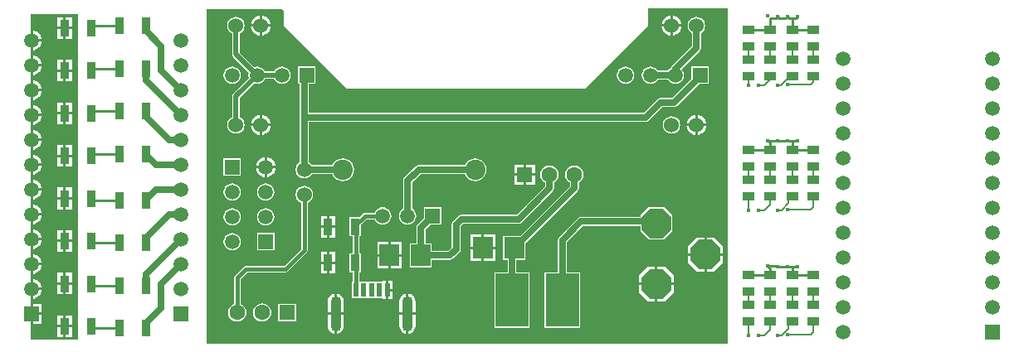
<source format=gtl>
%FSLAX23Y23*%
%MOIN*%
G70*
G01*
G75*
G04 Layer_Physical_Order=1*
G04 Layer_Color=255*
%ADD10R,0.020X0.055*%
%ADD11R,0.037X0.067*%
%ADD12R,0.051X0.033*%
%ADD13R,0.132X0.213*%
%ADD14R,0.079X0.087*%
%ADD15C,0.025*%
%ADD16C,0.020*%
%ADD17C,0.015*%
%ADD18C,0.010*%
%ADD19C,0.005*%
%ADD20O,0.043X0.142*%
%ADD21C,0.063*%
%ADD22R,0.063X0.063*%
%ADD23P,0.128X8X112.5*%
%ADD24P,0.128X8X202.5*%
%ADD25C,0.081*%
%ADD26C,0.060*%
%ADD27C,0.059*%
%ADD28R,0.059X0.059*%
%ADD29R,0.059X0.059*%
%ADD30C,0.016*%
G36*
X2126Y25D02*
X33D01*
X31Y30D01*
X31Y30D01*
Y1370D01*
X336D01*
X341Y1365D01*
Y1310D01*
Y1305D01*
X595Y1050D01*
X1553D01*
X1807Y1305D01*
Y1375D01*
X2126D01*
Y25D01*
D02*
G37*
G36*
X-485Y40D02*
X-675D01*
Y100D01*
Y145D01*
Y185D01*
Y201D01*
Y202D01*
Y245D01*
Y288D01*
Y301D01*
Y302D01*
Y345D01*
Y388D01*
Y401D01*
Y402D01*
Y445D01*
Y488D01*
Y501D01*
Y502D01*
Y545D01*
Y588D01*
Y601D01*
Y602D01*
Y645D01*
Y688D01*
Y701D01*
Y702D01*
Y745D01*
Y788D01*
Y801D01*
Y802D01*
Y845D01*
Y888D01*
Y901D01*
Y902D01*
Y945D01*
Y988D01*
Y1001D01*
Y1002D01*
Y1045D01*
Y1088D01*
Y1101D01*
Y1102D01*
Y1145D01*
Y1188D01*
Y1201D01*
Y1202D01*
Y1245D01*
Y1288D01*
Y1350D01*
X-485D01*
Y40D01*
D02*
G37*
%LPC*%
G36*
X2070Y452D02*
X2041D01*
Y388D01*
X2105D01*
Y418D01*
X2070Y452D01*
D02*
G37*
G36*
X2031D02*
X2001D01*
X1967Y418D01*
Y388D01*
X2031D01*
Y452D01*
D02*
G37*
G36*
X816Y433D02*
X772D01*
Y385D01*
X816D01*
Y433D01*
D02*
G37*
G36*
X135Y470D02*
X126Y469D01*
X118Y465D01*
X110Y460D01*
X105Y452D01*
X101Y444D01*
X100Y435D01*
X101Y426D01*
X105Y418D01*
X110Y410D01*
X118Y405D01*
X126Y401D01*
X135Y400D01*
X144Y401D01*
X152Y405D01*
X160Y410D01*
X165Y418D01*
X169Y426D01*
X170Y435D01*
X169Y444D01*
X165Y452D01*
X160Y460D01*
X152Y465D01*
X144Y469D01*
X135Y470D01*
D02*
G37*
G36*
X305Y470D02*
X235D01*
Y400D01*
X305D01*
Y470D01*
D02*
G37*
G36*
X-543Y433D02*
X-567D01*
Y394D01*
X-543D01*
Y433D01*
D02*
G37*
G36*
X-509D02*
X-533D01*
Y394D01*
X-509D01*
Y433D01*
D02*
G37*
G36*
X762Y433D02*
X718D01*
Y385D01*
X762D01*
Y433D01*
D02*
G37*
G36*
X816Y375D02*
X772D01*
Y327D01*
X816D01*
Y375D01*
D02*
G37*
G36*
X-665Y384D02*
Y350D01*
X-631D01*
X-631Y355D01*
X-635Y365D01*
X-642Y373D01*
X-650Y380D01*
X-660Y384D01*
X-665Y384D01*
D02*
G37*
G36*
X425Y660D02*
X416Y659D01*
X407Y656D01*
X400Y650D01*
X394Y643D01*
X391Y634D01*
X390Y625D01*
X391Y616D01*
X394Y607D01*
X400Y600D01*
X407Y594D01*
X412Y592D01*
Y405D01*
X345Y338D01*
X190D01*
X185Y337D01*
X181Y334D01*
X146Y299D01*
X143Y295D01*
X142Y290D01*
Y184D01*
X137Y182D01*
X129Y176D01*
X123Y168D01*
X119Y160D01*
X118Y150D01*
X119Y140D01*
X123Y132D01*
X129Y124D01*
X137Y118D01*
X145Y114D01*
X155Y113D01*
X165Y114D01*
X173Y118D01*
X181Y124D01*
X187Y132D01*
X191Y140D01*
X192Y150D01*
X191Y160D01*
X187Y168D01*
X181Y176D01*
X173Y182D01*
X168Y184D01*
Y285D01*
X195Y312D01*
X350D01*
X355Y313D01*
X359Y316D01*
X359Y316D01*
X359Y316D01*
X434Y391D01*
X437Y395D01*
X438Y400D01*
X438Y400D01*
X438Y400D01*
Y400D01*
Y592D01*
X443Y594D01*
X450Y600D01*
X456Y607D01*
X459Y616D01*
X460Y625D01*
X459Y634D01*
X456Y643D01*
X450Y650D01*
X443Y656D01*
X434Y659D01*
X425Y660D01*
D02*
G37*
G36*
X762Y375D02*
X718D01*
Y327D01*
X762D01*
Y375D01*
D02*
G37*
G36*
X1137Y405D02*
X1093D01*
Y357D01*
X1137D01*
Y405D01*
D02*
G37*
G36*
X1191D02*
X1147D01*
Y357D01*
X1191D01*
Y405D01*
D02*
G37*
G36*
X515Y393D02*
X491D01*
Y355D01*
X515D01*
Y393D01*
D02*
G37*
G36*
X549D02*
X525D01*
Y355D01*
X549D01*
Y393D01*
D02*
G37*
G36*
X270Y570D02*
X261Y569D01*
X253Y565D01*
X245Y560D01*
X240Y552D01*
X236Y544D01*
X235Y535D01*
X236Y526D01*
X240Y518D01*
X245Y510D01*
X253Y505D01*
X261Y501D01*
X270Y500D01*
X279Y501D01*
X287Y505D01*
X295Y510D01*
X300Y518D01*
X304Y526D01*
X305Y535D01*
X304Y544D01*
X300Y552D01*
X295Y560D01*
X287Y565D01*
X279Y569D01*
X270Y570D01*
D02*
G37*
G36*
X740Y574D02*
X731Y573D01*
X723Y569D01*
X715Y564D01*
X710Y556D01*
X708Y552D01*
X669D01*
X664Y551D01*
X660Y548D01*
X645Y533D01*
X606D01*
Y457D01*
X619D01*
Y388D01*
X606D01*
Y312D01*
X619D01*
Y273D01*
X617D01*
Y208D01*
X645D01*
X645Y208D01*
Y208D01*
X647Y208D01*
X648D01*
X649D01*
X650Y208D01*
X650Y208D01*
Y208D01*
X677D01*
X677Y208D01*
Y208D01*
X678Y208D01*
X679D01*
X680D01*
X682Y208D01*
X682Y208D01*
Y208D01*
X708D01*
X708Y208D01*
Y208D01*
X710Y208D01*
X711D01*
X712D01*
X713Y208D01*
X713Y208D01*
Y208D01*
X738D01*
Y203D01*
X753D01*
Y240D01*
Y278D01*
X738D01*
Y273D01*
X713D01*
X713Y273D01*
Y273D01*
X712Y273D01*
X711D01*
X710D01*
X708Y273D01*
X708Y273D01*
Y273D01*
X682D01*
X682Y273D01*
Y273D01*
X680Y273D01*
X679D01*
X678D01*
X677Y273D01*
X677Y273D01*
Y273D01*
X650D01*
X650Y273D01*
Y273D01*
X649Y273D01*
X648D01*
X647D01*
X647D01*
X645Y273D01*
X645Y273D01*
Y273D01*
X645D01*
Y312D01*
X654D01*
Y388D01*
X645D01*
Y457D01*
X654D01*
Y506D01*
X674Y526D01*
X708D01*
X710Y522D01*
X715Y514D01*
X723Y509D01*
X731Y505D01*
X740Y504D01*
X749Y505D01*
X757Y509D01*
X765Y514D01*
X770Y522D01*
X774Y530D01*
X775Y539D01*
X774Y548D01*
X770Y556D01*
X765Y564D01*
X757Y569D01*
X749Y573D01*
X740Y574D01*
D02*
G37*
G36*
X549Y538D02*
X525D01*
Y500D01*
X549D01*
Y538D01*
D02*
G37*
G36*
X135Y570D02*
X126Y569D01*
X118Y565D01*
X110Y560D01*
X105Y552D01*
X101Y544D01*
X100Y535D01*
X101Y526D01*
X105Y518D01*
X110Y510D01*
X118Y505D01*
X126Y501D01*
X135Y500D01*
X144Y501D01*
X152Y505D01*
X160Y510D01*
X165Y518D01*
X169Y526D01*
X170Y535D01*
X169Y544D01*
X165Y552D01*
X160Y560D01*
X152Y565D01*
X144Y569D01*
X135Y570D01*
D02*
G37*
G36*
X1410Y742D02*
X1400Y741D01*
X1392Y737D01*
X1384Y731D01*
X1378Y723D01*
X1374Y715D01*
X1373Y705D01*
X1374Y695D01*
X1378Y687D01*
X1384Y679D01*
X1392Y673D01*
X1392Y673D01*
Y657D01*
X1278Y543D01*
X1055D01*
X1055Y543D01*
X1048Y541D01*
X1045Y540D01*
X1042Y538D01*
X1042Y538D01*
X1022Y518D01*
X1019Y512D01*
X1017Y505D01*
Y412D01*
X1003Y398D01*
X937D01*
Y428D01*
X911D01*
Y485D01*
X931Y505D01*
X975D01*
Y574D01*
X905D01*
Y530D01*
X880Y505D01*
X877Y499D01*
X875Y492D01*
Y428D01*
X849D01*
Y332D01*
X937D01*
Y362D01*
X1010D01*
X1017Y364D01*
X1023Y367D01*
X1048Y392D01*
X1048Y392D01*
X1051Y398D01*
X1053Y405D01*
Y498D01*
X1062Y507D01*
X1285D01*
X1292Y509D01*
X1298Y512D01*
X1423Y637D01*
X1426Y643D01*
X1428Y650D01*
X1428Y650D01*
Y673D01*
X1428Y673D01*
X1436Y679D01*
X1442Y687D01*
X1446Y695D01*
X1447Y705D01*
X1446Y715D01*
X1442Y723D01*
X1436Y731D01*
X1428Y737D01*
X1420Y741D01*
X1410Y742D01*
D02*
G37*
G36*
X-665Y584D02*
Y550D01*
X-631D01*
X-631Y555D01*
X-635Y565D01*
X-642Y573D01*
X-650Y580D01*
X-660Y584D01*
X-665Y584D01*
D02*
G37*
G36*
X-631Y540D02*
X-665D01*
Y506D01*
X-660Y506D01*
X-650Y510D01*
X-642Y517D01*
X-635Y525D01*
X-631Y535D01*
X-631Y540D01*
D02*
G37*
G36*
X1871Y573D02*
X1807D01*
X1775Y541D01*
Y535D01*
X1537D01*
X1537Y535D01*
X1530Y533D01*
X1524Y529D01*
X1524Y529D01*
X1449Y454D01*
X1445Y448D01*
X1444Y441D01*
Y311D01*
X1390D01*
Y89D01*
X1532D01*
Y311D01*
X1479D01*
Y434D01*
X1544Y499D01*
X1775D01*
Y477D01*
X1807Y445D01*
X1871D01*
X1903Y477D01*
Y541D01*
X1871Y573D01*
D02*
G37*
G36*
X515Y538D02*
X491D01*
Y500D01*
X515D01*
Y538D01*
D02*
G37*
G36*
X1191Y463D02*
X1147D01*
Y415D01*
X1191D01*
Y463D01*
D02*
G37*
G36*
X-543Y481D02*
X-567D01*
Y443D01*
X-543D01*
Y481D01*
D02*
G37*
G36*
X-631Y440D02*
X-665D01*
Y406D01*
X-660Y406D01*
X-650Y410D01*
X-642Y417D01*
X-635Y425D01*
X-631Y435D01*
X-631Y440D01*
D02*
G37*
G36*
X1137Y463D02*
X1093D01*
Y415D01*
X1137D01*
Y463D01*
D02*
G37*
G36*
X515Y490D02*
X491D01*
Y452D01*
X515D01*
Y490D01*
D02*
G37*
G36*
X549D02*
X525D01*
Y452D01*
X549D01*
Y490D01*
D02*
G37*
G36*
X-509Y481D02*
X-533D01*
Y443D01*
X-509D01*
Y481D01*
D02*
G37*
G36*
X-665Y484D02*
Y450D01*
X-631D01*
X-631Y455D01*
X-635Y465D01*
X-642Y473D01*
X-650Y480D01*
X-660Y484D01*
X-665Y484D01*
D02*
G37*
G36*
X2105Y378D02*
X2041D01*
Y314D01*
X2070D01*
X2105Y349D01*
Y378D01*
D02*
G37*
G36*
X255Y187D02*
X245Y186D01*
X237Y182D01*
X229Y176D01*
X223Y168D01*
X219Y160D01*
X218Y150D01*
X219Y140D01*
X223Y132D01*
X229Y124D01*
X237Y118D01*
X245Y114D01*
X255Y113D01*
X265Y114D01*
X273Y118D01*
X281Y124D01*
X287Y132D01*
X291Y140D01*
X292Y150D01*
X291Y160D01*
X287Y168D01*
X281Y176D01*
X273Y182D01*
X265Y186D01*
X255Y187D01*
D02*
G37*
G36*
X391Y186D02*
X319D01*
Y114D01*
X391D01*
Y186D01*
D02*
G37*
G36*
X-509Y138D02*
X-533D01*
Y100D01*
X-509D01*
Y138D01*
D02*
G37*
G36*
X-630Y140D02*
X-665D01*
Y105D01*
X-630D01*
Y140D01*
D02*
G37*
G36*
X556Y226D02*
Y151D01*
X583D01*
Y195D01*
X582Y203D01*
X579Y211D01*
X574Y217D01*
X567Y223D01*
X560Y226D01*
X556Y226D01*
D02*
G37*
G36*
X834D02*
X830Y226D01*
X823Y223D01*
X816Y217D01*
X811Y211D01*
X808Y203D01*
X807Y195D01*
Y151D01*
X834D01*
Y226D01*
D02*
G37*
G36*
X-630Y185D02*
X-665D01*
Y150D01*
X-630D01*
Y185D01*
D02*
G37*
G36*
X546Y226D02*
X543Y226D01*
X535Y223D01*
X529Y217D01*
X524Y211D01*
X520Y203D01*
X519Y195D01*
Y151D01*
X546D01*
Y226D01*
D02*
G37*
G36*
Y141D02*
X519D01*
Y96D01*
X520Y88D01*
X524Y80D01*
X529Y74D01*
X535Y69D01*
X543Y66D01*
X546Y65D01*
Y141D01*
D02*
G37*
G36*
X583D02*
X556D01*
Y65D01*
X560Y66D01*
X567Y69D01*
X574Y74D01*
X579Y80D01*
X582Y88D01*
X583Y96D01*
Y141D01*
D02*
G37*
G36*
X-543Y90D02*
X-567D01*
Y52D01*
X-543D01*
Y90D01*
D02*
G37*
G36*
X-509D02*
X-533D01*
Y52D01*
X-509D01*
Y90D01*
D02*
G37*
G36*
X1510Y742D02*
X1500Y741D01*
X1492Y737D01*
X1484Y731D01*
X1478Y723D01*
X1474Y715D01*
X1473Y705D01*
X1474Y695D01*
X1478Y687D01*
X1484Y679D01*
X1492Y673D01*
X1492Y673D01*
Y659D01*
X1291Y458D01*
X1224D01*
Y362D01*
X1241D01*
Y311D01*
X1188D01*
Y89D01*
X1330D01*
Y311D01*
X1276D01*
Y362D01*
X1312D01*
Y429D01*
X1523Y639D01*
X1526Y645D01*
X1528Y652D01*
X1528Y652D01*
Y673D01*
X1528Y673D01*
X1536Y679D01*
X1542Y687D01*
X1546Y695D01*
X1547Y705D01*
X1546Y715D01*
X1542Y723D01*
X1536Y731D01*
X1528Y737D01*
X1520Y741D01*
X1510Y742D01*
D02*
G37*
G36*
X-543Y138D02*
X-567D01*
Y100D01*
X-543D01*
Y138D01*
D02*
G37*
G36*
X834Y141D02*
X807D01*
Y96D01*
X808Y88D01*
X811Y80D01*
X816Y74D01*
X823Y69D01*
X830Y66D01*
X834Y65D01*
Y141D01*
D02*
G37*
G36*
X871D02*
X844D01*
Y65D01*
X847Y66D01*
X855Y69D01*
X861Y74D01*
X866Y80D01*
X870Y88D01*
X871Y96D01*
Y141D01*
D02*
G37*
G36*
X844Y226D02*
Y151D01*
X871D01*
Y195D01*
X870Y203D01*
X866Y211D01*
X861Y217D01*
X855Y223D01*
X847Y226D01*
X844Y226D01*
D02*
G37*
G36*
X-543Y310D02*
X-567D01*
Y271D01*
X-543D01*
Y310D01*
D02*
G37*
G36*
X-509D02*
X-533D01*
Y271D01*
X-509D01*
Y310D01*
D02*
G37*
G36*
X1834Y334D02*
X1804D01*
X1770Y300D01*
Y270D01*
X1834D01*
Y334D01*
D02*
G37*
G36*
X1874D02*
X1844D01*
Y270D01*
X1908D01*
Y300D01*
X1874Y334D01*
D02*
G37*
G36*
X549Y345D02*
X525D01*
Y307D01*
X549D01*
Y345D01*
D02*
G37*
G36*
X2031Y378D02*
X1967D01*
Y349D01*
X2001Y314D01*
X2031D01*
Y378D01*
D02*
G37*
G36*
X-631Y340D02*
X-665D01*
Y306D01*
X-660Y306D01*
X-650Y310D01*
X-642Y317D01*
X-635Y325D01*
X-631Y335D01*
X-631Y340D01*
D02*
G37*
G36*
X515Y345D02*
X491D01*
Y307D01*
X515D01*
Y345D01*
D02*
G37*
G36*
X778Y235D02*
X763D01*
Y203D01*
X778D01*
Y235D01*
D02*
G37*
G36*
X-631Y240D02*
X-665D01*
Y206D01*
X-660Y206D01*
X-650Y210D01*
X-642Y217D01*
X-635Y225D01*
X-631Y235D01*
X-631Y240D01*
D02*
G37*
G36*
X1834Y260D02*
X1770D01*
Y230D01*
X1804Y196D01*
X1834D01*
Y260D01*
D02*
G37*
G36*
X1908D02*
X1844D01*
Y196D01*
X1874D01*
X1908Y230D01*
Y260D01*
D02*
G37*
G36*
X778Y278D02*
X763D01*
Y245D01*
X778D01*
Y278D01*
D02*
G37*
G36*
X-665Y284D02*
Y250D01*
X-631D01*
X-631Y255D01*
X-635Y265D01*
X-642Y273D01*
X-650Y280D01*
X-660Y284D01*
X-665Y284D01*
D02*
G37*
G36*
X-543Y261D02*
X-567D01*
Y223D01*
X-543D01*
Y261D01*
D02*
G37*
G36*
X-509D02*
X-533D01*
Y223D01*
X-509D01*
Y261D01*
D02*
G37*
G36*
X150Y1340D02*
X141Y1339D01*
X132Y1336D01*
X125Y1330D01*
X119Y1323D01*
X116Y1314D01*
X115Y1305D01*
X116Y1296D01*
X119Y1287D01*
X125Y1280D01*
X132Y1274D01*
X135Y1273D01*
Y1190D01*
X136Y1184D01*
X139Y1179D01*
X202Y1116D01*
X201Y1114D01*
X200Y1105D01*
X201Y1096D01*
X202Y1094D01*
X139Y1031D01*
X136Y1026D01*
X135Y1020D01*
Y937D01*
X132Y936D01*
X125Y930D01*
X119Y923D01*
X116Y914D01*
X115Y905D01*
X116Y896D01*
X119Y887D01*
X125Y880D01*
X132Y874D01*
X141Y871D01*
X150Y870D01*
X159Y871D01*
X168Y874D01*
X175Y880D01*
X181Y887D01*
X184Y896D01*
X185Y905D01*
X184Y914D01*
X181Y923D01*
X175Y930D01*
X168Y936D01*
X165Y937D01*
Y1014D01*
X224Y1072D01*
X226Y1071D01*
X235Y1070D01*
X244Y1071D01*
X252Y1075D01*
X260Y1080D01*
X265Y1088D01*
X266Y1090D01*
X304D01*
X305Y1088D01*
X310Y1080D01*
X318Y1075D01*
X326Y1071D01*
X335Y1070D01*
X344Y1071D01*
X352Y1075D01*
X360Y1080D01*
X365Y1088D01*
X369Y1096D01*
X370Y1105D01*
X369Y1114D01*
X365Y1122D01*
X360Y1130D01*
X352Y1135D01*
X344Y1139D01*
X335Y1140D01*
X326Y1139D01*
X318Y1135D01*
X310Y1130D01*
X305Y1122D01*
X304Y1120D01*
X266D01*
X265Y1122D01*
X260Y1130D01*
X252Y1135D01*
X244Y1139D01*
X235Y1140D01*
X226Y1139D01*
X224Y1138D01*
X165Y1196D01*
Y1273D01*
X168Y1274D01*
X175Y1280D01*
X181Y1287D01*
X184Y1296D01*
X185Y1305D01*
X184Y1314D01*
X181Y1323D01*
X175Y1330D01*
X168Y1336D01*
X159Y1339D01*
X150Y1340D01*
D02*
G37*
G36*
X1715Y1140D02*
X1706Y1139D01*
X1698Y1135D01*
X1690Y1130D01*
X1685Y1122D01*
X1681Y1114D01*
X1680Y1105D01*
X1681Y1096D01*
X1685Y1088D01*
X1690Y1080D01*
X1698Y1075D01*
X1706Y1071D01*
X1715Y1070D01*
X1724Y1071D01*
X1732Y1075D01*
X1740Y1080D01*
X1745Y1088D01*
X1749Y1096D01*
X1750Y1105D01*
X1749Y1114D01*
X1745Y1122D01*
X1740Y1130D01*
X1732Y1135D01*
X1724Y1139D01*
X1715Y1140D01*
D02*
G37*
G36*
X-665Y1084D02*
Y1050D01*
X-631D01*
X-631Y1055D01*
X-635Y1065D01*
X-642Y1073D01*
X-650Y1080D01*
X-660Y1084D01*
X-665Y1084D01*
D02*
G37*
G36*
X135Y1140D02*
X126Y1139D01*
X118Y1135D01*
X110Y1130D01*
X105Y1122D01*
X101Y1114D01*
X100Y1105D01*
X101Y1096D01*
X105Y1088D01*
X110Y1080D01*
X118Y1075D01*
X126Y1071D01*
X135Y1070D01*
X144Y1071D01*
X152Y1075D01*
X160Y1080D01*
X165Y1088D01*
X169Y1096D01*
X170Y1105D01*
X169Y1114D01*
X165Y1122D01*
X160Y1130D01*
X152Y1135D01*
X144Y1139D01*
X135Y1140D01*
D02*
G37*
G36*
X-631Y1140D02*
X-665D01*
Y1106D01*
X-660Y1106D01*
X-650Y1110D01*
X-642Y1117D01*
X-635Y1125D01*
X-631Y1135D01*
X-631Y1140D01*
D02*
G37*
G36*
X-543Y1167D02*
X-567D01*
Y1129D01*
X-543D01*
Y1167D01*
D02*
G37*
G36*
Y1119D02*
X-567D01*
Y1080D01*
X-543D01*
Y1119D01*
D02*
G37*
G36*
X-509D02*
X-533D01*
Y1080D01*
X-509D01*
Y1119D01*
D02*
G37*
G36*
X-631Y1040D02*
X-665D01*
Y1006D01*
X-660Y1006D01*
X-650Y1010D01*
X-642Y1017D01*
X-635Y1025D01*
X-631Y1035D01*
X-631Y1040D01*
D02*
G37*
G36*
X1995Y945D02*
X1990Y944D01*
X1980Y940D01*
X1971Y934D01*
X1965Y925D01*
X1961Y915D01*
X1960Y910D01*
X1995D01*
Y945D01*
D02*
G37*
G36*
X2005D02*
Y910D01*
X2040D01*
X2039Y915D01*
X2035Y925D01*
X2029Y934D01*
X2020Y940D01*
X2010Y944D01*
X2005Y945D01*
D02*
G37*
G36*
X245D02*
X240Y944D01*
X230Y940D01*
X221Y934D01*
X215Y925D01*
X211Y915D01*
X210Y910D01*
X245D01*
Y945D01*
D02*
G37*
G36*
X255D02*
Y910D01*
X290D01*
X289Y915D01*
X285Y925D01*
X279Y934D01*
X270Y940D01*
X260Y944D01*
X255Y945D01*
D02*
G37*
G36*
X-543Y996D02*
X-567D01*
Y957D01*
X-543D01*
Y996D01*
D02*
G37*
G36*
X-509D02*
X-533D01*
Y957D01*
X-509D01*
Y996D01*
D02*
G37*
G36*
X-665Y984D02*
Y950D01*
X-631D01*
X-631Y955D01*
X-635Y965D01*
X-642Y973D01*
X-650Y980D01*
X-660Y984D01*
X-665Y984D01*
D02*
G37*
G36*
X2050Y1140D02*
X1980D01*
Y1091D01*
X1903Y1013D01*
X1855D01*
X1848Y1011D01*
X1842Y1008D01*
X1788Y953D01*
X443D01*
Y1070D01*
X470D01*
Y1140D01*
X400D01*
Y1070D01*
X407D01*
Y935D01*
Y755D01*
X400Y750D01*
X394Y743D01*
X391Y734D01*
X390Y725D01*
X391Y716D01*
X394Y707D01*
X400Y700D01*
X407Y694D01*
X416Y691D01*
X425Y690D01*
X434Y691D01*
X443Y694D01*
X450Y700D01*
X455Y707D01*
X538D01*
X540Y702D01*
X547Y693D01*
X557Y685D01*
X568Y681D01*
X579Y679D01*
X591Y681D01*
X602Y685D01*
X612Y693D01*
X619Y702D01*
X624Y713D01*
X625Y725D01*
X624Y737D01*
X619Y748D01*
X612Y757D01*
X602Y765D01*
X591Y769D01*
X579Y771D01*
X568Y769D01*
X557Y765D01*
X547Y757D01*
X540Y748D01*
X538Y743D01*
X455D01*
X450Y750D01*
X443Y755D01*
Y917D01*
X1795D01*
X1802Y919D01*
X1808Y922D01*
X1862Y977D01*
X1910D01*
X1917Y979D01*
X1923Y982D01*
X2011Y1070D01*
X2050D01*
Y1140D01*
D02*
G37*
G36*
X-543Y1338D02*
X-567D01*
Y1300D01*
X-543D01*
Y1338D01*
D02*
G37*
G36*
X-509D02*
X-533D01*
Y1300D01*
X-509D01*
Y1338D01*
D02*
G37*
G36*
X1895Y1300D02*
X1860D01*
X1861Y1295D01*
X1865Y1285D01*
X1871Y1276D01*
X1880Y1270D01*
X1890Y1266D01*
X1895Y1265D01*
Y1300D01*
D02*
G37*
G36*
X1940D02*
X1905D01*
Y1265D01*
X1910Y1266D01*
X1920Y1270D01*
X1929Y1276D01*
X1935Y1285D01*
X1939Y1295D01*
X1940Y1300D01*
D02*
G37*
G36*
X1895Y1345D02*
X1890Y1344D01*
X1880Y1340D01*
X1871Y1334D01*
X1865Y1325D01*
X1861Y1315D01*
X1860Y1310D01*
X1895D01*
Y1345D01*
D02*
G37*
G36*
X1905D02*
Y1310D01*
X1940D01*
X1939Y1315D01*
X1935Y1325D01*
X1929Y1334D01*
X1920Y1340D01*
X1910Y1344D01*
X1905Y1345D01*
D02*
G37*
G36*
X245D02*
X240Y1344D01*
X230Y1340D01*
X221Y1334D01*
X215Y1325D01*
X211Y1315D01*
X210Y1310D01*
X245D01*
Y1345D01*
D02*
G37*
G36*
X255D02*
Y1310D01*
X290D01*
X289Y1315D01*
X285Y1325D01*
X279Y1334D01*
X270Y1340D01*
X260Y1344D01*
X255Y1345D01*
D02*
G37*
G36*
X290Y1300D02*
X255D01*
Y1265D01*
X260Y1266D01*
X270Y1270D01*
X279Y1276D01*
X285Y1285D01*
X289Y1295D01*
X290Y1300D01*
D02*
G37*
G36*
X-631Y1240D02*
X-665D01*
Y1206D01*
X-660Y1206D01*
X-650Y1210D01*
X-642Y1217D01*
X-635Y1225D01*
X-631Y1235D01*
X-631Y1240D01*
D02*
G37*
G36*
X2000Y1340D02*
X1991Y1339D01*
X1982Y1336D01*
X1975Y1330D01*
X1969Y1323D01*
X1966Y1314D01*
X1965Y1305D01*
X1966Y1296D01*
X1969Y1287D01*
X1975Y1280D01*
X1982Y1275D01*
Y1222D01*
X1902Y1143D01*
X1899Y1137D01*
X1898Y1135D01*
X1898Y1135D01*
X1890Y1130D01*
X1885Y1123D01*
X1845D01*
X1840Y1130D01*
X1832Y1135D01*
X1824Y1139D01*
X1815Y1140D01*
X1806Y1139D01*
X1798Y1135D01*
X1790Y1130D01*
X1785Y1122D01*
X1781Y1114D01*
X1780Y1105D01*
X1781Y1096D01*
X1785Y1088D01*
X1790Y1080D01*
X1798Y1075D01*
X1806Y1071D01*
X1815Y1070D01*
X1824Y1071D01*
X1832Y1075D01*
X1840Y1080D01*
X1845Y1087D01*
X1885D01*
X1890Y1080D01*
X1898Y1075D01*
X1906Y1071D01*
X1915Y1070D01*
X1924Y1071D01*
X1932Y1075D01*
X1940Y1080D01*
X1945Y1088D01*
X1949Y1096D01*
X1950Y1105D01*
X1949Y1114D01*
X1945Y1122D01*
X1940Y1129D01*
X2013Y1202D01*
X2013Y1202D01*
X2016Y1208D01*
X2016Y1208D01*
X2016Y1208D01*
X2018Y1215D01*
X2018Y1215D01*
Y1275D01*
X2025Y1280D01*
X2031Y1287D01*
X2034Y1296D01*
X2035Y1305D01*
X2034Y1314D01*
X2031Y1323D01*
X2025Y1330D01*
X2018Y1336D01*
X2009Y1339D01*
X2000Y1340D01*
D02*
G37*
G36*
X-509Y1167D02*
X-533D01*
Y1129D01*
X-509D01*
Y1167D01*
D02*
G37*
G36*
X-665Y1184D02*
Y1150D01*
X-631D01*
X-631Y1155D01*
X-635Y1165D01*
X-642Y1173D01*
X-650Y1180D01*
X-660Y1184D01*
X-665Y1184D01*
D02*
G37*
G36*
X-509Y1290D02*
X-533D01*
Y1252D01*
X-509D01*
Y1290D01*
D02*
G37*
G36*
X245Y1300D02*
X210D01*
X211Y1295D01*
X215Y1285D01*
X221Y1276D01*
X230Y1270D01*
X240Y1266D01*
X245Y1265D01*
Y1300D01*
D02*
G37*
G36*
X-665Y1284D02*
Y1250D01*
X-631D01*
X-631Y1255D01*
X-635Y1265D01*
X-642Y1273D01*
X-650Y1280D01*
X-660Y1284D01*
X-665Y1284D01*
D02*
G37*
G36*
X-543Y1290D02*
X-567D01*
Y1252D01*
X-543D01*
Y1290D01*
D02*
G37*
G36*
X265Y730D02*
X231D01*
X231Y725D01*
X235Y715D01*
X242Y707D01*
X250Y700D01*
X260Y696D01*
X265Y696D01*
Y730D01*
D02*
G37*
G36*
X309D02*
X275D01*
Y696D01*
X280Y696D01*
X290Y700D01*
X298Y707D01*
X305Y715D01*
X309Y725D01*
X309Y730D01*
D02*
G37*
G36*
X1351Y700D02*
X1315D01*
Y664D01*
X1351D01*
Y700D01*
D02*
G37*
G36*
X1111Y771D02*
X1099Y769D01*
X1088Y765D01*
X1078Y757D01*
X1071Y748D01*
X1069Y743D01*
X885D01*
X878Y741D01*
X872Y738D01*
X872Y738D01*
X827Y693D01*
X824Y687D01*
X822Y680D01*
Y569D01*
X815Y564D01*
X810Y556D01*
X806Y548D01*
X805Y539D01*
X806Y530D01*
X810Y522D01*
X815Y514D01*
X823Y509D01*
X831Y505D01*
X840Y504D01*
X849Y505D01*
X857Y509D01*
X865Y514D01*
X870Y522D01*
X874Y530D01*
X875Y539D01*
X874Y548D01*
X870Y556D01*
X865Y564D01*
X858Y569D01*
Y673D01*
X892Y707D01*
X1069D01*
X1071Y702D01*
X1078Y693D01*
X1088Y685D01*
X1099Y681D01*
X1111Y679D01*
X1122Y681D01*
X1133Y685D01*
X1143Y693D01*
X1150Y702D01*
X1155Y713D01*
X1156Y725D01*
X1155Y737D01*
X1150Y748D01*
X1143Y757D01*
X1133Y765D01*
X1122Y769D01*
X1111Y771D01*
D02*
G37*
G36*
X1305Y746D02*
X1269D01*
Y710D01*
X1305D01*
Y746D01*
D02*
G37*
G36*
X1351D02*
X1315D01*
Y710D01*
X1351D01*
Y746D01*
D02*
G37*
G36*
X170Y770D02*
X100D01*
Y700D01*
X170D01*
Y770D01*
D02*
G37*
G36*
X-631Y740D02*
X-665D01*
Y706D01*
X-660Y706D01*
X-650Y710D01*
X-642Y717D01*
X-635Y725D01*
X-631Y735D01*
X-631Y740D01*
D02*
G37*
G36*
X1305Y700D02*
X1269D01*
Y664D01*
X1305D01*
Y700D01*
D02*
G37*
G36*
X135Y670D02*
X126Y669D01*
X118Y665D01*
X110Y660D01*
X105Y652D01*
X101Y644D01*
X100Y635D01*
X101Y626D01*
X105Y618D01*
X110Y610D01*
X118Y605D01*
X126Y601D01*
X135Y600D01*
X144Y601D01*
X152Y605D01*
X160Y610D01*
X165Y618D01*
X169Y626D01*
X170Y635D01*
X169Y644D01*
X165Y652D01*
X160Y660D01*
X152Y665D01*
X144Y669D01*
X135Y670D01*
D02*
G37*
G36*
X270D02*
X261Y669D01*
X253Y665D01*
X245Y660D01*
X240Y652D01*
X236Y644D01*
X235Y635D01*
X236Y626D01*
X240Y618D01*
X245Y610D01*
X253Y605D01*
X261Y601D01*
X270Y600D01*
X279Y601D01*
X287Y605D01*
X295Y610D01*
X300Y618D01*
X304Y626D01*
X305Y635D01*
X304Y644D01*
X300Y652D01*
X295Y660D01*
X287Y665D01*
X279Y669D01*
X270Y670D01*
D02*
G37*
G36*
X-543Y604D02*
X-567D01*
Y566D01*
X-543D01*
Y604D01*
D02*
G37*
G36*
X-509D02*
X-533D01*
Y566D01*
X-509D01*
Y604D01*
D02*
G37*
G36*
Y653D02*
X-533D01*
Y614D01*
X-509D01*
Y653D01*
D02*
G37*
G36*
X-665Y684D02*
Y650D01*
X-631D01*
X-631Y655D01*
X-635Y665D01*
X-642Y673D01*
X-650Y680D01*
X-660Y684D01*
X-665Y684D01*
D02*
G37*
G36*
X-631Y640D02*
X-665D01*
Y606D01*
X-660Y606D01*
X-650Y610D01*
X-642Y617D01*
X-635Y625D01*
X-631Y635D01*
X-631Y640D01*
D02*
G37*
G36*
X-543Y653D02*
X-567D01*
Y614D01*
X-543D01*
Y653D01*
D02*
G37*
G36*
X1995Y900D02*
X1960D01*
X1961Y895D01*
X1965Y885D01*
X1971Y876D01*
X1980Y870D01*
X1990Y866D01*
X1995Y865D01*
Y900D01*
D02*
G37*
G36*
X2040D02*
X2005D01*
Y865D01*
X2010Y866D01*
X2020Y870D01*
X2029Y876D01*
X2035Y885D01*
X2039Y895D01*
X2040Y900D01*
D02*
G37*
G36*
X245D02*
X210D01*
X211Y895D01*
X215Y885D01*
X221Y876D01*
X230Y870D01*
X240Y866D01*
X245Y865D01*
Y900D01*
D02*
G37*
G36*
X290D02*
X255D01*
Y865D01*
X260Y866D01*
X270Y870D01*
X279Y876D01*
X285Y885D01*
X289Y895D01*
X290Y900D01*
D02*
G37*
G36*
X-543Y947D02*
X-567D01*
Y909D01*
X-543D01*
Y947D01*
D02*
G37*
G36*
X-509D02*
X-533D01*
Y909D01*
X-509D01*
Y947D01*
D02*
G37*
G36*
X1900Y940D02*
X1891Y939D01*
X1882Y936D01*
X1875Y930D01*
X1869Y923D01*
X1866Y914D01*
X1865Y905D01*
X1866Y896D01*
X1869Y887D01*
X1875Y880D01*
X1882Y874D01*
X1891Y871D01*
X1900Y870D01*
X1909Y871D01*
X1918Y874D01*
X1925Y880D01*
X1931Y887D01*
X1934Y896D01*
X1935Y905D01*
X1934Y914D01*
X1931Y923D01*
X1925Y930D01*
X1918Y936D01*
X1909Y939D01*
X1900Y940D01*
D02*
G37*
G36*
X-631Y940D02*
X-665D01*
Y906D01*
X-660Y906D01*
X-650Y910D01*
X-642Y917D01*
X-635Y925D01*
X-631Y935D01*
X-631Y940D01*
D02*
G37*
G36*
X-665Y884D02*
Y850D01*
X-631D01*
X-631Y855D01*
X-635Y865D01*
X-642Y873D01*
X-650Y880D01*
X-660Y884D01*
X-665Y884D01*
D02*
G37*
G36*
X265Y774D02*
X260Y774D01*
X250Y770D01*
X242Y763D01*
X235Y755D01*
X231Y745D01*
X231Y740D01*
X265D01*
Y774D01*
D02*
G37*
G36*
X275D02*
Y740D01*
X309D01*
X309Y745D01*
X305Y755D01*
X298Y763D01*
X290Y770D01*
X280Y774D01*
X275Y774D01*
D02*
G37*
G36*
X-543Y776D02*
X-567D01*
Y737D01*
X-543D01*
Y776D01*
D02*
G37*
G36*
X-509D02*
X-533D01*
Y737D01*
X-509D01*
Y776D01*
D02*
G37*
G36*
Y824D02*
X-533D01*
Y786D01*
X-509D01*
Y824D01*
D02*
G37*
G36*
X-631Y840D02*
X-665D01*
Y806D01*
X-660Y806D01*
X-650Y810D01*
X-642Y817D01*
X-635Y825D01*
X-631Y835D01*
X-631Y840D01*
D02*
G37*
G36*
X-665Y784D02*
Y750D01*
X-631D01*
X-631Y755D01*
X-635Y765D01*
X-642Y773D01*
X-650Y780D01*
X-660Y784D01*
X-665Y784D01*
D02*
G37*
G36*
X-543Y824D02*
X-567D01*
Y786D01*
X-543D01*
Y824D01*
D02*
G37*
%LPD*%
D10*
X632Y240D02*
D03*
X664D02*
D03*
X758D02*
D03*
X726D02*
D03*
X695D02*
D03*
D11*
X-432Y95D02*
D03*
X-538D02*
D03*
X520Y495D02*
D03*
X630D02*
D03*
X520Y350D02*
D03*
X630D02*
D03*
X-318Y1303D02*
D03*
X-212D02*
D03*
X-318Y1131D02*
D03*
X-212D02*
D03*
X-318Y960D02*
D03*
X-212D02*
D03*
X-318Y789D02*
D03*
X-212D02*
D03*
X-318Y601D02*
D03*
X-212D02*
D03*
X-318Y430D02*
D03*
X-212D02*
D03*
X-318Y259D02*
D03*
X-212D02*
D03*
X-318Y87D02*
D03*
X-212D02*
D03*
X-432Y1295D02*
D03*
X-538D02*
D03*
X-432Y1124D02*
D03*
X-538D02*
D03*
X-432Y952D02*
D03*
X-538D02*
D03*
X-432Y781D02*
D03*
X-538D02*
D03*
X-432Y609D02*
D03*
X-538D02*
D03*
X-432Y438D02*
D03*
X-538D02*
D03*
X-432Y266D02*
D03*
X-538D02*
D03*
D12*
X2210Y1222D02*
D03*
Y1288D02*
D03*
X2210Y233D02*
D03*
Y300D02*
D03*
X2295Y233D02*
D03*
Y300D02*
D03*
X2385D02*
D03*
Y233D02*
D03*
X2470D02*
D03*
Y300D02*
D03*
X2210Y113D02*
D03*
Y180D02*
D03*
X2295D02*
D03*
Y113D02*
D03*
X2385D02*
D03*
Y180D02*
D03*
X2470D02*
D03*
Y113D02*
D03*
Y683D02*
D03*
Y617D02*
D03*
X2385D02*
D03*
Y683D02*
D03*
X2295D02*
D03*
Y617D02*
D03*
X2210D02*
D03*
Y683D02*
D03*
X2470Y1168D02*
D03*
Y1102D02*
D03*
X2385Y1168D02*
D03*
Y1102D02*
D03*
X2295Y1168D02*
D03*
Y1102D02*
D03*
X2210Y1168D02*
D03*
Y1102D02*
D03*
X2470Y737D02*
D03*
Y803D02*
D03*
X2385D02*
D03*
Y737D02*
D03*
X2295D02*
D03*
Y803D02*
D03*
X2210Y737D02*
D03*
Y803D02*
D03*
X2470Y1222D02*
D03*
Y1288D02*
D03*
X2385Y1222D02*
D03*
Y1288D02*
D03*
X2295Y1222D02*
D03*
Y1288D02*
D03*
D13*
X1259Y200D02*
D03*
X1461D02*
D03*
D14*
X893Y380D02*
D03*
X767D02*
D03*
X1142Y410D02*
D03*
X1268D02*
D03*
D15*
X1910Y995D02*
X2017Y1102D01*
X1855Y995D02*
X1910D01*
X1915Y1105D02*
Y1130D01*
X1815Y1105D02*
X1915D01*
Y1130D02*
X2000Y1215D01*
Y1305D01*
X425Y935D02*
Y1095D01*
Y725D02*
Y935D01*
X1795D02*
X1855Y995D01*
X425Y935D02*
X1795D01*
X425Y1095D02*
X435Y1105D01*
X425Y725D02*
X579D01*
X2037Y337D02*
Y391D01*
X1537Y517D02*
X1840D01*
X1461Y441D02*
X1537Y517D01*
X1461Y200D02*
Y441D01*
X840Y539D02*
Y680D01*
X885Y725D01*
X1111D01*
X893Y380D02*
Y492D01*
X940Y539D01*
X1410Y650D02*
Y705D01*
X1259Y200D02*
Y401D01*
X1268Y410D01*
X1510Y652D01*
Y705D01*
X1285Y525D02*
X1410Y650D01*
X1055Y525D02*
X1285D01*
X893Y380D02*
X1010D01*
X1035Y405D01*
Y505D01*
X1055Y525D01*
X-117Y845D02*
X-70D01*
X-211Y939D02*
X-117Y845D01*
X-210Y1085D02*
X-70Y945D01*
X-210Y1085D02*
Y1131D01*
X-150Y1125D02*
X-70Y1045D01*
X-150Y1125D02*
Y1221D01*
X-212Y1283D02*
X-150Y1221D01*
X-203Y778D02*
X-170Y745D01*
X-70D01*
X-170Y645D02*
X-70D01*
X-203Y612D02*
X-170Y645D01*
X-214Y104D02*
X-150Y169D01*
Y265D01*
X-70Y345D01*
X-210Y259D02*
Y305D01*
X-70Y445D01*
X-211Y451D02*
X-117Y545D01*
X-70D01*
D16*
X235Y1105D02*
X335D01*
X150Y1190D02*
X235Y1105D01*
X150Y1190D02*
Y1305D01*
Y1020D02*
X235Y1105D01*
X150Y905D02*
Y1020D01*
D17*
X155Y150D02*
Y290D01*
X190Y325D01*
X350D01*
X425Y400D01*
Y625D01*
X630Y380D02*
X630Y380D01*
X630Y485D02*
Y500D01*
X669Y539D01*
X740D01*
X632Y240D02*
Y483D01*
X630Y485D02*
X630Y485D01*
X632Y483D01*
D18*
X-432Y781D02*
Y789D01*
Y952D02*
Y961D01*
Y1295D02*
Y1303D01*
X-432Y1303D01*
X-423Y1131D02*
X-318D01*
X-432Y1123D02*
X-423Y1131D01*
X-432Y952D02*
X-424Y960D01*
X-432Y789D02*
X-431Y789D01*
X-424Y960D02*
X-318D01*
X-317Y961D01*
X-432Y1303D02*
X-318D01*
X-318Y1303D01*
X-431Y789D02*
X-318D01*
X-318Y789D01*
X-318Y601D02*
X-318Y601D01*
X-431Y601D02*
X-318D01*
X-318Y87D02*
X-318Y87D01*
X-432Y87D02*
X-318D01*
X-318Y430D02*
X-317Y429D01*
X-424Y430D02*
X-318D01*
X-432Y601D02*
X-431Y601D01*
X-432Y438D02*
X-424Y430D01*
X-432Y267D02*
X-423Y259D01*
X-318D01*
X-432Y87D02*
X-432Y87D01*
X-432Y87D02*
Y95D01*
Y429D02*
Y438D01*
Y601D02*
Y609D01*
X2210Y1288D02*
X2295D01*
Y1335D01*
X2320D01*
X2327Y1342D01*
X2334Y1335D01*
X2359D01*
X2399D02*
X2406Y1342D01*
X2373Y1335D02*
X2399D01*
X2385Y1288D02*
Y1333D01*
X2366Y1342D02*
X2373Y1335D01*
X2385Y1288D02*
X2470D01*
X2385Y803D02*
X2470D01*
X2210D02*
X2295D01*
Y833D01*
X2287Y841D02*
X2295Y833D01*
X2287Y841D02*
X2326D01*
X2327Y840D01*
X2366D01*
X2387Y805D02*
Y840D01*
X2385Y803D02*
X2387Y805D01*
X2366Y840D02*
X2387D01*
X2406D01*
X2387Y336D02*
X2406D01*
X2366D02*
X2387D01*
X2385Y300D02*
X2387Y302D01*
Y336D01*
X2327D02*
X2366D01*
X2326Y337D02*
X2327Y336D01*
X2287Y337D02*
X2326D01*
X2287D02*
X2295Y329D01*
Y300D02*
Y329D01*
X2210Y300D02*
X2295D01*
X2385D02*
X2470D01*
D19*
X2210Y1067D02*
Y1102D01*
X2209Y1066D02*
X2210Y1067D01*
X2295Y1088D02*
Y1102D01*
X2273Y1066D02*
X2295Y1088D01*
X2248Y1066D02*
X2273D01*
X2366Y1067D02*
X2458D01*
X2470Y1079D01*
Y1102D01*
X2327Y1066D02*
X2339D01*
X2375Y1102D01*
X2385D01*
X2210Y1168D02*
Y1222D01*
X2295Y1168D02*
Y1222D01*
X2385Y1168D02*
Y1222D01*
X2470Y1168D02*
Y1222D01*
Y575D02*
Y617D01*
X2458Y563D02*
X2470Y575D01*
X2366Y563D02*
X2458D01*
X2248Y562D02*
X2273D01*
X2295Y584D01*
X2209Y562D02*
X2210Y563D01*
Y617D01*
X2295Y584D02*
Y616D01*
X2327Y562D02*
X2341D01*
X2369Y590D01*
Y612D01*
X2210Y683D02*
Y737D01*
X2295Y683D02*
Y737D01*
X2385Y683D02*
Y737D01*
X2385Y737D01*
X2470Y683D02*
Y737D01*
X2470Y737D01*
X2470Y233D02*
X2470Y233D01*
X2470Y180D02*
Y233D01*
X2385D02*
X2385Y233D01*
X2385Y180D02*
Y233D01*
X2295Y180D02*
Y233D01*
X2210Y180D02*
Y233D01*
X2369Y86D02*
Y108D01*
X2341Y59D02*
X2369Y86D01*
X2327Y59D02*
X2341D01*
X2295Y81D02*
Y112D01*
X2210Y60D02*
Y113D01*
X2209Y59D02*
X2210Y60D01*
X2273Y59D02*
X2295Y81D01*
X2248Y59D02*
X2273D01*
X2366Y60D02*
X2458D01*
X2470Y72D01*
Y113D01*
D20*
X551Y146D02*
D03*
X839D02*
D03*
D21*
X155Y150D02*
D03*
X255D02*
D03*
X1410Y705D02*
D03*
X1510D02*
D03*
D22*
X355Y150D02*
D03*
X1310Y705D02*
D03*
D23*
X1839Y265D02*
D03*
Y509D02*
D03*
D24*
X2036Y383D02*
D03*
D25*
X579Y725D02*
D03*
X1111D02*
D03*
D26*
X425Y625D02*
D03*
Y725D02*
D03*
X1900Y1305D02*
D03*
X2000D02*
D03*
Y905D02*
D03*
X1900D02*
D03*
X250Y1305D02*
D03*
X150D02*
D03*
X250Y905D02*
D03*
X150D02*
D03*
D27*
X1715Y1105D02*
D03*
X1815D02*
D03*
X1915D02*
D03*
X740Y539D02*
D03*
X840D02*
D03*
X-670Y1245D02*
D03*
Y1145D02*
D03*
Y1045D02*
D03*
Y945D02*
D03*
Y845D02*
D03*
Y745D02*
D03*
Y645D02*
D03*
Y545D02*
D03*
Y445D02*
D03*
Y345D02*
D03*
Y245D02*
D03*
X3189Y1070D02*
D03*
Y1170D02*
D03*
X2589Y1070D02*
D03*
Y970D02*
D03*
Y1170D02*
D03*
X3189Y970D02*
D03*
Y870D02*
D03*
Y670D02*
D03*
Y570D02*
D03*
Y770D02*
D03*
Y170D02*
D03*
Y270D02*
D03*
Y370D02*
D03*
Y470D02*
D03*
X2589Y670D02*
D03*
Y870D02*
D03*
Y770D02*
D03*
Y570D02*
D03*
Y470D02*
D03*
Y370D02*
D03*
Y270D02*
D03*
Y170D02*
D03*
Y70D02*
D03*
X-70Y1245D02*
D03*
Y1145D02*
D03*
Y1045D02*
D03*
Y945D02*
D03*
Y845D02*
D03*
Y745D02*
D03*
Y645D02*
D03*
Y545D02*
D03*
Y445D02*
D03*
Y345D02*
D03*
Y245D02*
D03*
X135Y1105D02*
D03*
X235D02*
D03*
X335D02*
D03*
X135Y635D02*
D03*
Y535D02*
D03*
Y435D02*
D03*
X270Y535D02*
D03*
Y635D02*
D03*
Y735D02*
D03*
D28*
X2015Y1105D02*
D03*
X940Y539D02*
D03*
X435Y1105D02*
D03*
D29*
X-670Y145D02*
D03*
X3189Y70D02*
D03*
X-70Y145D02*
D03*
X135Y735D02*
D03*
X270Y435D02*
D03*
D30*
X2209Y1066D02*
D03*
X2248D02*
D03*
X2327D02*
D03*
X2366Y1067D02*
D03*
X2327Y1342D02*
D03*
X2366D02*
D03*
X2406D02*
D03*
X2287Y1343D02*
D03*
X2366Y563D02*
D03*
X2327Y562D02*
D03*
X2248D02*
D03*
X2209D02*
D03*
X2287Y841D02*
D03*
X2406Y840D02*
D03*
X2366D02*
D03*
X2327D02*
D03*
Y336D02*
D03*
X2366D02*
D03*
X2406D02*
D03*
X2287Y337D02*
D03*
X2209Y59D02*
D03*
X2248D02*
D03*
X2327D02*
D03*
X2366Y60D02*
D03*
M02*

</source>
